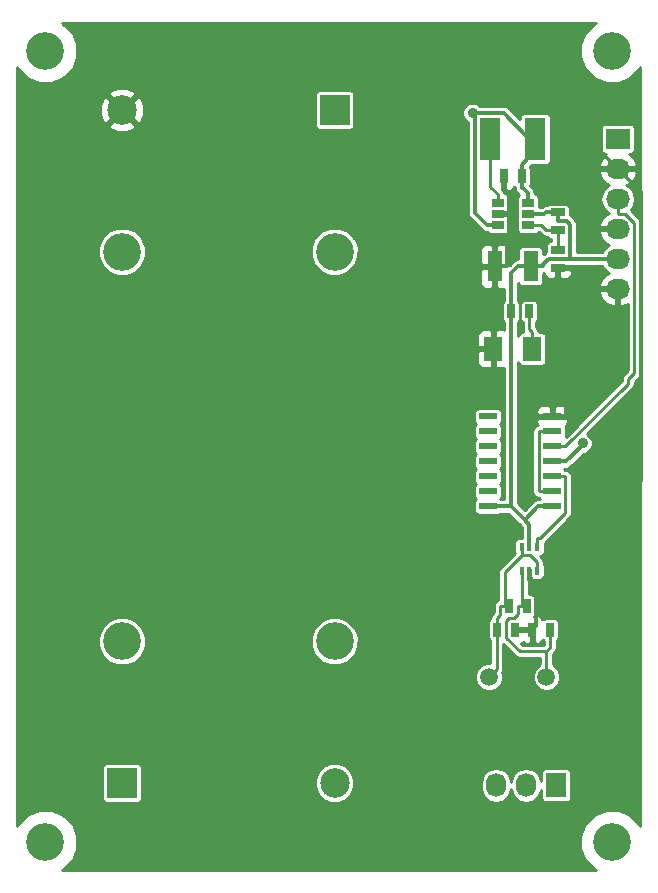
<source format=gtl>
%FSLAX34Y34*%
G04 Gerber Fmt 3.4, Leading zero omitted, Abs format*
G04 (created by PCBNEW (2014-04-07 BZR 4791)-product) date Fri 02 May 2014 10:57:51 AM CEST*
%MOIN*%
G01*
G70*
G90*
G04 APERTURE LIST*
%ADD10C,0.005906*%
%ADD11R,0.098425X0.098425*%
%ADD12C,0.098425*%
%ADD13C,0.125984*%
%ADD14R,0.025000X0.045000*%
%ADD15R,0.050000X0.100000*%
%ADD16R,0.060000X0.080000*%
%ADD17R,0.068000X0.080000*%
%ADD18O,0.068000X0.080000*%
%ADD19R,0.070000X0.140000*%
%ADD20R,0.080000X0.068000*%
%ADD21O,0.080000X0.068000*%
%ADD22C,0.126000*%
%ADD23R,0.045000X0.025000*%
%ADD24R,0.039400X0.027600*%
%ADD25R,0.016000X0.026000*%
%ADD26R,0.059055X0.023622*%
%ADD27C,0.059100*%
%ADD28C,0.035000*%
%ADD29C,0.010000*%
%ADD30C,0.013780*%
G04 APERTURE END LIST*
G54D10*
G54D11*
X36811Y-32283D03*
G54D12*
X36811Y-54724D03*
G54D13*
X36811Y-37007D03*
X36811Y-50000D03*
G54D11*
X29724Y-54724D03*
G54D12*
X29724Y-32283D03*
G54D13*
X29724Y-50000D03*
X29724Y-37007D03*
G54D14*
X43050Y-34500D03*
X42450Y-34500D03*
G54D15*
X43350Y-37500D03*
X42150Y-37500D03*
G54D14*
X43400Y-49606D03*
X44000Y-49606D03*
X42819Y-49606D03*
X42219Y-49606D03*
G54D16*
X43400Y-40250D03*
X42100Y-40250D03*
G54D17*
X44200Y-54800D03*
G54D18*
X43200Y-54800D03*
X42200Y-54800D03*
G54D19*
X42000Y-33250D03*
X43500Y-33250D03*
G54D20*
X46250Y-33250D03*
G54D21*
X46250Y-34250D03*
X46250Y-35250D03*
X46250Y-36250D03*
X46250Y-37250D03*
X46250Y-38250D03*
G54D22*
X27165Y-30314D03*
X46062Y-56692D03*
X46062Y-30314D03*
X27165Y-56692D03*
G54D23*
X44250Y-35700D03*
X44250Y-36300D03*
X44250Y-36950D03*
X44250Y-37550D03*
G54D14*
X42700Y-39000D03*
X43300Y-39000D03*
X42613Y-48818D03*
X43213Y-48818D03*
G54D24*
X43250Y-35375D03*
X43250Y-35750D03*
X43250Y-36125D03*
X42250Y-36125D03*
X42250Y-35750D03*
X42250Y-35375D03*
G54D25*
X43047Y-47644D03*
X43567Y-47644D03*
X43307Y-47644D03*
X43567Y-46844D03*
X43047Y-46844D03*
X43307Y-46844D03*
G54D26*
X44062Y-45500D03*
X44062Y-45000D03*
X44062Y-44500D03*
X44062Y-44000D03*
X44062Y-43500D03*
X44062Y-43000D03*
X44062Y-42500D03*
X41937Y-42500D03*
X41937Y-43000D03*
X41937Y-43500D03*
X41937Y-44000D03*
X41937Y-44500D03*
X41937Y-45000D03*
X41937Y-45500D03*
G54D27*
X43874Y-51181D03*
X41952Y-51181D03*
G54D28*
X45078Y-43399D03*
X41409Y-32393D03*
G54D29*
X46250Y-35740D02*
X46495Y-35740D01*
X46495Y-35740D02*
X46801Y-36046D01*
X46801Y-36046D02*
X46801Y-41048D01*
X46801Y-41048D02*
X46600Y-41249D01*
X46600Y-41249D02*
X46600Y-41407D01*
X46600Y-41407D02*
X44508Y-43500D01*
X44062Y-43500D02*
X44508Y-43500D01*
X46250Y-35250D02*
X46250Y-35740D01*
G54D30*
X43400Y-49606D02*
X43113Y-49606D01*
X43509Y-47991D02*
X43509Y-49497D01*
X43509Y-49497D02*
X43400Y-49606D01*
X42819Y-49606D02*
X43113Y-49606D01*
X43509Y-47991D02*
X43690Y-47991D01*
X43690Y-47991D02*
X47020Y-44662D01*
X47020Y-44662D02*
X47020Y-35020D01*
X47020Y-35020D02*
X46250Y-34250D01*
X43307Y-47943D02*
X43355Y-47991D01*
X43355Y-47991D02*
X43509Y-47991D01*
X44527Y-38250D02*
X44527Y-38121D01*
X44527Y-38121D02*
X44250Y-37844D01*
X44527Y-42500D02*
X44527Y-38250D01*
X46250Y-38250D02*
X44527Y-38250D01*
X44250Y-37550D02*
X44250Y-37844D01*
X44062Y-42500D02*
X44527Y-42500D01*
X42569Y-36439D02*
X41857Y-36439D01*
X41857Y-36439D02*
X41048Y-35631D01*
X41048Y-35631D02*
X41048Y-32264D01*
X41048Y-32264D02*
X41271Y-32042D01*
X41271Y-32042D02*
X44042Y-32042D01*
X44042Y-32042D02*
X46250Y-34250D01*
X42616Y-35750D02*
X42616Y-36392D01*
X42616Y-36392D02*
X42569Y-36439D01*
X42569Y-36439D02*
X42569Y-37500D01*
X42150Y-37500D02*
X42150Y-38169D01*
X42100Y-40250D02*
X42100Y-38219D01*
X42100Y-38219D02*
X42150Y-38169D01*
X42150Y-37500D02*
X42569Y-37500D01*
X42556Y-35750D02*
X42616Y-35750D01*
X42250Y-35750D02*
X42556Y-35750D01*
X43307Y-47644D02*
X43307Y-47943D01*
X42450Y-34500D02*
X42450Y-34894D01*
X42616Y-35750D02*
X42616Y-35060D01*
X42616Y-35060D02*
X42450Y-34894D01*
X44250Y-35700D02*
X44250Y-35994D01*
X46250Y-37250D02*
X45680Y-37250D01*
X44657Y-37244D02*
X43960Y-37244D01*
X43960Y-37244D02*
X43769Y-37435D01*
X43769Y-37435D02*
X43769Y-37500D01*
X45680Y-37250D02*
X45675Y-37244D01*
X45675Y-37244D02*
X44657Y-37244D01*
X44657Y-37244D02*
X44657Y-36107D01*
X44657Y-36107D02*
X44544Y-35994D01*
X44544Y-35994D02*
X44250Y-35994D01*
X43350Y-37500D02*
X43769Y-37500D01*
X43350Y-37500D02*
X42930Y-37500D01*
X42700Y-39000D02*
X42700Y-37730D01*
X42700Y-37730D02*
X42930Y-37500D01*
X42700Y-39197D02*
X42700Y-39000D01*
X42700Y-39197D02*
X42700Y-39394D01*
X43149Y-45949D02*
X43307Y-46107D01*
X43307Y-46107D02*
X43307Y-46844D01*
X42700Y-45500D02*
X43149Y-45949D01*
X43598Y-45500D02*
X43149Y-45949D01*
X44062Y-45500D02*
X43598Y-45500D01*
X42700Y-45500D02*
X42700Y-39394D01*
X42401Y-45500D02*
X42700Y-45500D01*
X44527Y-44000D02*
X45078Y-43448D01*
X45078Y-43448D02*
X45078Y-43399D01*
X44062Y-44000D02*
X44527Y-44000D01*
X44250Y-35700D02*
X43855Y-35700D01*
X43250Y-35750D02*
X43805Y-35750D01*
X43805Y-35750D02*
X43855Y-35700D01*
X41937Y-45500D02*
X42401Y-45500D01*
G54D29*
X43047Y-47644D02*
X43047Y-47924D01*
X43063Y-48818D02*
X43063Y-47940D01*
X43063Y-47940D02*
X43047Y-47924D01*
X43063Y-48818D02*
X42938Y-48818D01*
X43213Y-48818D02*
X43063Y-48818D01*
X43874Y-50330D02*
X42979Y-50330D01*
X42979Y-50330D02*
X42538Y-49888D01*
X42538Y-49888D02*
X42538Y-49324D01*
X42538Y-49324D02*
X42632Y-49231D01*
X42632Y-49231D02*
X42801Y-49231D01*
X42801Y-49231D02*
X42938Y-49094D01*
X42938Y-49094D02*
X42938Y-48818D01*
X44000Y-49606D02*
X44000Y-50204D01*
X44000Y-50204D02*
X43874Y-50330D01*
X43874Y-51181D02*
X43874Y-50330D01*
X43047Y-47124D02*
X43327Y-47124D01*
X43327Y-47124D02*
X43567Y-47363D01*
X43047Y-47074D02*
X43047Y-47124D01*
X42475Y-48818D02*
X42475Y-47695D01*
X42475Y-47695D02*
X43047Y-47124D01*
X43567Y-47644D02*
X43567Y-47363D01*
X43047Y-46844D02*
X43047Y-47074D01*
X42475Y-48818D02*
X42338Y-48818D01*
X42613Y-48818D02*
X42475Y-48818D01*
X42219Y-49606D02*
X42219Y-49231D01*
X42338Y-48818D02*
X42338Y-49112D01*
X42338Y-49112D02*
X42219Y-49231D01*
X41952Y-51181D02*
X42219Y-50913D01*
X42219Y-50913D02*
X42219Y-49606D01*
X43400Y-40250D02*
X43400Y-39699D01*
X43400Y-39699D02*
X43300Y-39599D01*
X43300Y-39599D02*
X43300Y-39000D01*
X42250Y-35375D02*
X42250Y-35086D01*
X42250Y-35086D02*
X42000Y-34836D01*
X42000Y-34836D02*
X42000Y-33250D01*
X44250Y-36950D02*
X44250Y-36300D01*
X44250Y-36300D02*
X43874Y-36300D01*
X43250Y-36125D02*
X43699Y-36125D01*
X43699Y-36125D02*
X43874Y-36300D01*
X43567Y-46844D02*
X43567Y-46563D01*
X44062Y-44500D02*
X44508Y-44500D01*
X44508Y-44500D02*
X44508Y-45708D01*
X44508Y-45708D02*
X43653Y-46563D01*
X43653Y-46563D02*
X43567Y-46563D01*
X44062Y-45000D02*
X43617Y-45000D01*
X44062Y-43000D02*
X43617Y-43000D01*
X43617Y-43000D02*
X43617Y-45000D01*
G54D30*
X41481Y-32466D02*
X41567Y-32380D01*
X41567Y-32380D02*
X42447Y-32380D01*
X42447Y-32380D02*
X43240Y-33173D01*
X43240Y-33173D02*
X43240Y-33250D01*
X41883Y-36125D02*
X41480Y-35721D01*
X41480Y-35721D02*
X41480Y-32467D01*
X41480Y-32467D02*
X41481Y-32466D01*
X41481Y-32466D02*
X41409Y-32393D01*
X42250Y-36125D02*
X41883Y-36125D01*
X43050Y-34500D02*
X43050Y-34105D01*
X43240Y-33250D02*
X43240Y-33915D01*
X43240Y-33915D02*
X43050Y-34105D01*
X43500Y-33250D02*
X43240Y-33250D01*
X43050Y-34500D02*
X43050Y-34894D01*
X43250Y-35375D02*
X43250Y-35067D01*
X43250Y-35067D02*
X43076Y-34894D01*
X43076Y-34894D02*
X43050Y-34894D01*
G54D10*
G36*
X43782Y-50112D02*
X43070Y-50112D01*
X43026Y-50068D01*
X43086Y-50043D01*
X43110Y-50019D01*
X43134Y-50043D01*
X43226Y-50081D01*
X43288Y-50081D01*
X43350Y-50018D01*
X43350Y-49656D01*
X43132Y-49656D01*
X43088Y-49656D01*
X42869Y-49656D01*
X42869Y-49664D01*
X42769Y-49664D01*
X42769Y-49656D01*
X42761Y-49656D01*
X42761Y-49556D01*
X42769Y-49556D01*
X42769Y-49548D01*
X42869Y-49548D01*
X42869Y-49556D01*
X43088Y-49556D01*
X43132Y-49556D01*
X43350Y-49556D01*
X43350Y-49548D01*
X43450Y-49548D01*
X43450Y-49556D01*
X43458Y-49556D01*
X43458Y-49656D01*
X43450Y-49656D01*
X43450Y-50018D01*
X43513Y-50081D01*
X43575Y-50081D01*
X43667Y-50043D01*
X43737Y-49972D01*
X43750Y-49943D01*
X43780Y-49973D01*
X43782Y-49974D01*
X43782Y-50112D01*
X43782Y-50112D01*
G37*
G54D29*
X43782Y-50112D02*
X43070Y-50112D01*
X43026Y-50068D01*
X43086Y-50043D01*
X43110Y-50019D01*
X43134Y-50043D01*
X43226Y-50081D01*
X43288Y-50081D01*
X43350Y-50018D01*
X43350Y-49656D01*
X43132Y-49656D01*
X43088Y-49656D01*
X42869Y-49656D01*
X42869Y-49664D01*
X42769Y-49664D01*
X42769Y-49656D01*
X42761Y-49656D01*
X42761Y-49556D01*
X42769Y-49556D01*
X42769Y-49548D01*
X42869Y-49548D01*
X42869Y-49556D01*
X43088Y-49556D01*
X43132Y-49556D01*
X43350Y-49556D01*
X43350Y-49548D01*
X43450Y-49548D01*
X43450Y-49556D01*
X43458Y-49556D01*
X43458Y-49656D01*
X43450Y-49656D01*
X43450Y-50018D01*
X43513Y-50081D01*
X43575Y-50081D01*
X43667Y-50043D01*
X43737Y-49972D01*
X43750Y-49943D01*
X43780Y-49973D01*
X43782Y-49974D01*
X43782Y-50112D01*
G54D10*
G36*
X46583Y-40958D02*
X46446Y-41095D01*
X46399Y-41166D01*
X46382Y-41249D01*
X46382Y-41317D01*
X46200Y-41499D01*
X46200Y-38777D01*
X46200Y-38300D01*
X45664Y-38300D01*
X45617Y-38391D01*
X45618Y-38397D01*
X45718Y-38605D01*
X45890Y-38758D01*
X46107Y-38834D01*
X46200Y-38777D01*
X46200Y-41499D01*
X44725Y-42974D01*
X44725Y-37724D01*
X44725Y-37662D01*
X44662Y-37600D01*
X44300Y-37600D01*
X44300Y-37862D01*
X44362Y-37925D01*
X44425Y-37925D01*
X44524Y-37925D01*
X44616Y-37886D01*
X44686Y-37816D01*
X44725Y-37724D01*
X44725Y-42974D01*
X44510Y-43189D01*
X44526Y-43151D01*
X44526Y-43084D01*
X44526Y-42848D01*
X44513Y-42816D01*
X44570Y-42759D01*
X44608Y-42667D01*
X44608Y-42612D01*
X44608Y-42387D01*
X44608Y-42332D01*
X44570Y-42240D01*
X44499Y-42169D01*
X44407Y-42131D01*
X44308Y-42131D01*
X44175Y-42131D01*
X44112Y-42194D01*
X44112Y-42450D01*
X44545Y-42450D01*
X44608Y-42387D01*
X44608Y-42612D01*
X44545Y-42550D01*
X44112Y-42550D01*
X44112Y-42557D01*
X44012Y-42557D01*
X44012Y-42550D01*
X44012Y-42450D01*
X44012Y-42194D01*
X43950Y-42131D01*
X43817Y-42131D01*
X43717Y-42131D01*
X43626Y-42169D01*
X43555Y-42240D01*
X43517Y-42332D01*
X43517Y-42387D01*
X43580Y-42450D01*
X44012Y-42450D01*
X44012Y-42550D01*
X43580Y-42550D01*
X43517Y-42612D01*
X43517Y-42667D01*
X43555Y-42759D01*
X43584Y-42788D01*
X43534Y-42798D01*
X43463Y-42845D01*
X43416Y-42916D01*
X43399Y-43000D01*
X43399Y-45000D01*
X43416Y-45083D01*
X43463Y-45154D01*
X43534Y-45201D01*
X43617Y-45218D01*
X43629Y-45218D01*
X43661Y-45250D01*
X43648Y-45262D01*
X43598Y-45262D01*
X43508Y-45281D01*
X43431Y-45332D01*
X43149Y-45614D01*
X42937Y-45401D01*
X42937Y-40695D01*
X42957Y-40745D01*
X43004Y-40792D01*
X43066Y-40818D01*
X43133Y-40818D01*
X43733Y-40818D01*
X43795Y-40792D01*
X43842Y-40745D01*
X43868Y-40683D01*
X43868Y-40616D01*
X43868Y-39816D01*
X43842Y-39754D01*
X43795Y-39707D01*
X43733Y-39681D01*
X43666Y-39681D01*
X43614Y-39681D01*
X43601Y-39616D01*
X43601Y-39616D01*
X43554Y-39545D01*
X43518Y-39509D01*
X43518Y-39368D01*
X43520Y-39367D01*
X43567Y-39320D01*
X43593Y-39258D01*
X43593Y-39191D01*
X43593Y-38741D01*
X43567Y-38679D01*
X43520Y-38632D01*
X43458Y-38606D01*
X43391Y-38606D01*
X43141Y-38606D01*
X43079Y-38632D01*
X43032Y-38679D01*
X43006Y-38741D01*
X43006Y-38808D01*
X43006Y-39258D01*
X43032Y-39320D01*
X43079Y-39367D01*
X43081Y-39368D01*
X43081Y-39599D01*
X43098Y-39681D01*
X43066Y-39681D01*
X43004Y-39707D01*
X42957Y-39754D01*
X42937Y-39804D01*
X42937Y-39394D01*
X42937Y-39350D01*
X42967Y-39320D01*
X42993Y-39258D01*
X42993Y-39191D01*
X42993Y-38741D01*
X42967Y-38679D01*
X42937Y-38649D01*
X42937Y-38045D01*
X42957Y-38095D01*
X43004Y-38142D01*
X43066Y-38168D01*
X43133Y-38168D01*
X43633Y-38168D01*
X43695Y-38142D01*
X43742Y-38095D01*
X43768Y-38033D01*
X43768Y-37966D01*
X43768Y-37737D01*
X43769Y-37737D01*
X43779Y-37734D01*
X43813Y-37816D01*
X43883Y-37886D01*
X43975Y-37925D01*
X44074Y-37925D01*
X44137Y-37925D01*
X44200Y-37862D01*
X44200Y-37600D01*
X44192Y-37600D01*
X44192Y-37500D01*
X44200Y-37500D01*
X44200Y-37492D01*
X44300Y-37492D01*
X44300Y-37500D01*
X44662Y-37500D01*
X44681Y-37481D01*
X45651Y-37481D01*
X45680Y-37487D01*
X45737Y-37487D01*
X45819Y-37609D01*
X45973Y-37712D01*
X45890Y-37741D01*
X45718Y-37894D01*
X45618Y-38102D01*
X45617Y-38108D01*
X45664Y-38200D01*
X46200Y-38200D01*
X46200Y-38192D01*
X46300Y-38192D01*
X46300Y-38200D01*
X46307Y-38200D01*
X46307Y-38300D01*
X46300Y-38300D01*
X46300Y-38777D01*
X46392Y-38834D01*
X46583Y-38768D01*
X46583Y-40958D01*
X46583Y-40958D01*
G37*
G54D29*
X46583Y-40958D02*
X46446Y-41095D01*
X46399Y-41166D01*
X46382Y-41249D01*
X46382Y-41317D01*
X46200Y-41499D01*
X46200Y-38777D01*
X46200Y-38300D01*
X45664Y-38300D01*
X45617Y-38391D01*
X45618Y-38397D01*
X45718Y-38605D01*
X45890Y-38758D01*
X46107Y-38834D01*
X46200Y-38777D01*
X46200Y-41499D01*
X44725Y-42974D01*
X44725Y-37724D01*
X44725Y-37662D01*
X44662Y-37600D01*
X44300Y-37600D01*
X44300Y-37862D01*
X44362Y-37925D01*
X44425Y-37925D01*
X44524Y-37925D01*
X44616Y-37886D01*
X44686Y-37816D01*
X44725Y-37724D01*
X44725Y-42974D01*
X44510Y-43189D01*
X44526Y-43151D01*
X44526Y-43084D01*
X44526Y-42848D01*
X44513Y-42816D01*
X44570Y-42759D01*
X44608Y-42667D01*
X44608Y-42612D01*
X44608Y-42387D01*
X44608Y-42332D01*
X44570Y-42240D01*
X44499Y-42169D01*
X44407Y-42131D01*
X44308Y-42131D01*
X44175Y-42131D01*
X44112Y-42194D01*
X44112Y-42450D01*
X44545Y-42450D01*
X44608Y-42387D01*
X44608Y-42612D01*
X44545Y-42550D01*
X44112Y-42550D01*
X44112Y-42557D01*
X44012Y-42557D01*
X44012Y-42550D01*
X44012Y-42450D01*
X44012Y-42194D01*
X43950Y-42131D01*
X43817Y-42131D01*
X43717Y-42131D01*
X43626Y-42169D01*
X43555Y-42240D01*
X43517Y-42332D01*
X43517Y-42387D01*
X43580Y-42450D01*
X44012Y-42450D01*
X44012Y-42550D01*
X43580Y-42550D01*
X43517Y-42612D01*
X43517Y-42667D01*
X43555Y-42759D01*
X43584Y-42788D01*
X43534Y-42798D01*
X43463Y-42845D01*
X43416Y-42916D01*
X43399Y-43000D01*
X43399Y-45000D01*
X43416Y-45083D01*
X43463Y-45154D01*
X43534Y-45201D01*
X43617Y-45218D01*
X43629Y-45218D01*
X43661Y-45250D01*
X43648Y-45262D01*
X43598Y-45262D01*
X43508Y-45281D01*
X43431Y-45332D01*
X43149Y-45614D01*
X42937Y-45401D01*
X42937Y-40695D01*
X42957Y-40745D01*
X43004Y-40792D01*
X43066Y-40818D01*
X43133Y-40818D01*
X43733Y-40818D01*
X43795Y-40792D01*
X43842Y-40745D01*
X43868Y-40683D01*
X43868Y-40616D01*
X43868Y-39816D01*
X43842Y-39754D01*
X43795Y-39707D01*
X43733Y-39681D01*
X43666Y-39681D01*
X43614Y-39681D01*
X43601Y-39616D01*
X43601Y-39616D01*
X43554Y-39545D01*
X43518Y-39509D01*
X43518Y-39368D01*
X43520Y-39367D01*
X43567Y-39320D01*
X43593Y-39258D01*
X43593Y-39191D01*
X43593Y-38741D01*
X43567Y-38679D01*
X43520Y-38632D01*
X43458Y-38606D01*
X43391Y-38606D01*
X43141Y-38606D01*
X43079Y-38632D01*
X43032Y-38679D01*
X43006Y-38741D01*
X43006Y-38808D01*
X43006Y-39258D01*
X43032Y-39320D01*
X43079Y-39367D01*
X43081Y-39368D01*
X43081Y-39599D01*
X43098Y-39681D01*
X43066Y-39681D01*
X43004Y-39707D01*
X42957Y-39754D01*
X42937Y-39804D01*
X42937Y-39394D01*
X42937Y-39350D01*
X42967Y-39320D01*
X42993Y-39258D01*
X42993Y-39191D01*
X42993Y-38741D01*
X42967Y-38679D01*
X42937Y-38649D01*
X42937Y-38045D01*
X42957Y-38095D01*
X43004Y-38142D01*
X43066Y-38168D01*
X43133Y-38168D01*
X43633Y-38168D01*
X43695Y-38142D01*
X43742Y-38095D01*
X43768Y-38033D01*
X43768Y-37966D01*
X43768Y-37737D01*
X43769Y-37737D01*
X43779Y-37734D01*
X43813Y-37816D01*
X43883Y-37886D01*
X43975Y-37925D01*
X44074Y-37925D01*
X44137Y-37925D01*
X44200Y-37862D01*
X44200Y-37600D01*
X44192Y-37600D01*
X44192Y-37500D01*
X44200Y-37500D01*
X44200Y-37492D01*
X44300Y-37492D01*
X44300Y-37500D01*
X44662Y-37500D01*
X44681Y-37481D01*
X45651Y-37481D01*
X45680Y-37487D01*
X45737Y-37487D01*
X45819Y-37609D01*
X45973Y-37712D01*
X45890Y-37741D01*
X45718Y-37894D01*
X45618Y-38102D01*
X45617Y-38108D01*
X45664Y-38200D01*
X46200Y-38200D01*
X46200Y-38192D01*
X46300Y-38192D01*
X46300Y-38200D01*
X46307Y-38200D01*
X46307Y-38300D01*
X46300Y-38300D01*
X46300Y-38777D01*
X46392Y-38834D01*
X46583Y-38768D01*
X46583Y-40958D01*
G54D10*
G36*
X46997Y-56141D02*
X46974Y-56085D01*
X46672Y-55782D01*
X46277Y-55619D01*
X45850Y-55618D01*
X45455Y-55781D01*
X45153Y-56083D01*
X44989Y-56478D01*
X44988Y-56905D01*
X45151Y-57300D01*
X45453Y-57602D01*
X45512Y-57627D01*
X44708Y-57627D01*
X44708Y-55233D01*
X44708Y-55166D01*
X44708Y-54366D01*
X44682Y-54304D01*
X44635Y-54257D01*
X44573Y-54231D01*
X44506Y-54231D01*
X43826Y-54231D01*
X43764Y-54257D01*
X43717Y-54304D01*
X43691Y-54366D01*
X43691Y-54433D01*
X43691Y-54647D01*
X43669Y-54534D01*
X43559Y-54369D01*
X43394Y-54259D01*
X43200Y-54220D01*
X43005Y-54259D01*
X42840Y-54369D01*
X42730Y-54534D01*
X42700Y-54688D01*
X42669Y-54534D01*
X42559Y-54369D01*
X42394Y-54259D01*
X42200Y-54220D01*
X42005Y-54259D01*
X41840Y-54369D01*
X41730Y-54534D01*
X41691Y-54728D01*
X41691Y-54871D01*
X41730Y-55065D01*
X41840Y-55230D01*
X42005Y-55340D01*
X42200Y-55379D01*
X42394Y-55340D01*
X42559Y-55230D01*
X42669Y-55065D01*
X42700Y-54911D01*
X42730Y-55065D01*
X42840Y-55230D01*
X43005Y-55340D01*
X43200Y-55379D01*
X43394Y-55340D01*
X43559Y-55230D01*
X43669Y-55065D01*
X43691Y-54952D01*
X43691Y-55233D01*
X43717Y-55295D01*
X43764Y-55342D01*
X43826Y-55368D01*
X43893Y-55368D01*
X44573Y-55368D01*
X44635Y-55342D01*
X44682Y-55295D01*
X44708Y-55233D01*
X44708Y-57627D01*
X37609Y-57627D01*
X37609Y-49841D01*
X37609Y-36849D01*
X37487Y-36556D01*
X37471Y-36539D01*
X37471Y-32809D01*
X37471Y-32742D01*
X37471Y-31757D01*
X37445Y-31696D01*
X37398Y-31648D01*
X37336Y-31623D01*
X37269Y-31623D01*
X36285Y-31623D01*
X36223Y-31648D01*
X36176Y-31696D01*
X36150Y-31757D01*
X36150Y-31824D01*
X36150Y-32809D01*
X36176Y-32870D01*
X36223Y-32918D01*
X36285Y-32943D01*
X36352Y-32943D01*
X37336Y-32943D01*
X37398Y-32918D01*
X37445Y-32870D01*
X37471Y-32809D01*
X37471Y-36539D01*
X37263Y-36331D01*
X36970Y-36209D01*
X36652Y-36209D01*
X36359Y-36330D01*
X36134Y-36555D01*
X36013Y-36848D01*
X36012Y-37165D01*
X36134Y-37459D01*
X36358Y-37684D01*
X36651Y-37805D01*
X36969Y-37806D01*
X37262Y-37684D01*
X37487Y-37460D01*
X37608Y-37167D01*
X37609Y-36849D01*
X37609Y-49841D01*
X37487Y-49548D01*
X37263Y-49323D01*
X36970Y-49202D01*
X36652Y-49201D01*
X36359Y-49323D01*
X36134Y-49547D01*
X36013Y-49840D01*
X36012Y-50158D01*
X36134Y-50451D01*
X36358Y-50676D01*
X36651Y-50797D01*
X36969Y-50798D01*
X37262Y-50676D01*
X37487Y-50452D01*
X37608Y-50159D01*
X37609Y-49841D01*
X37609Y-57627D01*
X37471Y-57627D01*
X37471Y-54593D01*
X37371Y-54350D01*
X37185Y-54165D01*
X36942Y-54064D01*
X36680Y-54064D01*
X36437Y-54164D01*
X36251Y-54349D01*
X36150Y-54592D01*
X36150Y-54855D01*
X36250Y-55097D01*
X36436Y-55283D01*
X36679Y-55384D01*
X36941Y-55384D01*
X37184Y-55284D01*
X37370Y-55098D01*
X37471Y-54856D01*
X37471Y-54593D01*
X37471Y-57627D01*
X30522Y-57627D01*
X30522Y-49841D01*
X30522Y-36849D01*
X30470Y-36723D01*
X30470Y-32411D01*
X30462Y-32115D01*
X30364Y-31880D01*
X30249Y-31829D01*
X30178Y-31899D01*
X30178Y-31758D01*
X30127Y-31643D01*
X29852Y-31537D01*
X29556Y-31545D01*
X29321Y-31643D01*
X29270Y-31758D01*
X29724Y-32212D01*
X30178Y-31758D01*
X30178Y-31899D01*
X29795Y-32283D01*
X30249Y-32737D01*
X30364Y-32686D01*
X30470Y-32411D01*
X30470Y-36723D01*
X30401Y-36556D01*
X30178Y-36333D01*
X30178Y-32808D01*
X29724Y-32354D01*
X29653Y-32424D01*
X29653Y-32283D01*
X29199Y-31829D01*
X29084Y-31880D01*
X28978Y-32155D01*
X28986Y-32450D01*
X29084Y-32686D01*
X29199Y-32737D01*
X29653Y-32283D01*
X29653Y-32424D01*
X29270Y-32808D01*
X29321Y-32923D01*
X29596Y-33029D01*
X29891Y-33021D01*
X30127Y-32923D01*
X30178Y-32808D01*
X30178Y-36333D01*
X30177Y-36331D01*
X29883Y-36209D01*
X29566Y-36209D01*
X29272Y-36330D01*
X29048Y-36555D01*
X28926Y-36848D01*
X28926Y-37165D01*
X29047Y-37459D01*
X29271Y-37684D01*
X29564Y-37805D01*
X29882Y-37806D01*
X30175Y-37684D01*
X30400Y-37460D01*
X30522Y-37167D01*
X30522Y-36849D01*
X30522Y-49841D01*
X30401Y-49548D01*
X30177Y-49323D01*
X29883Y-49202D01*
X29566Y-49201D01*
X29272Y-49323D01*
X29048Y-49547D01*
X28926Y-49840D01*
X28926Y-50158D01*
X29047Y-50451D01*
X29271Y-50676D01*
X29564Y-50797D01*
X29882Y-50798D01*
X30175Y-50676D01*
X30400Y-50452D01*
X30522Y-50159D01*
X30522Y-49841D01*
X30522Y-57627D01*
X30384Y-57627D01*
X30384Y-55249D01*
X30384Y-55183D01*
X30384Y-54198D01*
X30359Y-54137D01*
X30311Y-54089D01*
X30249Y-54064D01*
X30183Y-54064D01*
X29198Y-54064D01*
X29137Y-54089D01*
X29089Y-54137D01*
X29064Y-54198D01*
X29064Y-54265D01*
X29064Y-55249D01*
X29089Y-55311D01*
X29137Y-55359D01*
X29198Y-55384D01*
X29265Y-55384D01*
X30249Y-55384D01*
X30311Y-55359D01*
X30359Y-55311D01*
X30384Y-55249D01*
X30384Y-57627D01*
X27716Y-57627D01*
X27772Y-57603D01*
X28075Y-57302D01*
X28239Y-56907D01*
X28239Y-56480D01*
X28076Y-56085D01*
X27774Y-55782D01*
X27379Y-55619D01*
X26952Y-55618D01*
X26557Y-55781D01*
X26255Y-56083D01*
X26231Y-56142D01*
X26231Y-30866D01*
X26254Y-30922D01*
X26556Y-31224D01*
X26950Y-31388D01*
X27378Y-31389D01*
X27772Y-31225D01*
X28075Y-30924D01*
X28239Y-30529D01*
X28239Y-30102D01*
X28076Y-29707D01*
X27774Y-29404D01*
X27716Y-29380D01*
X45511Y-29380D01*
X45455Y-29403D01*
X45153Y-29705D01*
X44989Y-30100D01*
X44988Y-30527D01*
X45151Y-30922D01*
X45453Y-31224D01*
X45848Y-31388D01*
X46275Y-31389D01*
X46670Y-31225D01*
X46972Y-30924D01*
X46997Y-30865D01*
X46997Y-35954D01*
X46955Y-35892D01*
X46675Y-35612D01*
X46680Y-35609D01*
X46790Y-35444D01*
X46829Y-35250D01*
X46790Y-35055D01*
X46680Y-34890D01*
X46526Y-34787D01*
X46609Y-34758D01*
X46781Y-34605D01*
X46881Y-34397D01*
X46882Y-34391D01*
X46882Y-34108D01*
X46881Y-34102D01*
X46781Y-33894D01*
X46628Y-33758D01*
X46683Y-33758D01*
X46745Y-33732D01*
X46792Y-33685D01*
X46818Y-33623D01*
X46818Y-33556D01*
X46818Y-32876D01*
X46792Y-32814D01*
X46745Y-32767D01*
X46683Y-32741D01*
X46616Y-32741D01*
X45816Y-32741D01*
X45754Y-32767D01*
X45707Y-32814D01*
X45681Y-32876D01*
X45681Y-32943D01*
X45681Y-33623D01*
X45707Y-33685D01*
X45754Y-33732D01*
X45816Y-33758D01*
X45871Y-33758D01*
X45718Y-33894D01*
X45618Y-34102D01*
X45617Y-34108D01*
X45664Y-34200D01*
X46200Y-34200D01*
X46200Y-34192D01*
X46300Y-34192D01*
X46300Y-34200D01*
X46835Y-34200D01*
X46882Y-34108D01*
X46882Y-34391D01*
X46835Y-34300D01*
X46300Y-34300D01*
X46300Y-34307D01*
X46200Y-34307D01*
X46200Y-34300D01*
X45664Y-34300D01*
X45617Y-34391D01*
X45618Y-34397D01*
X45718Y-34605D01*
X45890Y-34758D01*
X45973Y-34787D01*
X45819Y-34890D01*
X45709Y-35055D01*
X45670Y-35250D01*
X45709Y-35444D01*
X45819Y-35609D01*
X45973Y-35712D01*
X45890Y-35741D01*
X45718Y-35894D01*
X45618Y-36102D01*
X45617Y-36108D01*
X45664Y-36200D01*
X46200Y-36200D01*
X46200Y-36192D01*
X46300Y-36192D01*
X46300Y-36200D01*
X46307Y-36200D01*
X46307Y-36300D01*
X46300Y-36300D01*
X46300Y-36307D01*
X46200Y-36307D01*
X46200Y-36300D01*
X45664Y-36300D01*
X45617Y-36391D01*
X45618Y-36397D01*
X45718Y-36605D01*
X45890Y-36758D01*
X45973Y-36787D01*
X45819Y-36890D01*
X45737Y-37012D01*
X45704Y-37012D01*
X45675Y-37007D01*
X44894Y-37007D01*
X44894Y-36107D01*
X44879Y-36032D01*
X44876Y-36017D01*
X44876Y-36017D01*
X44825Y-35940D01*
X44825Y-35940D01*
X44711Y-35826D01*
X44643Y-35780D01*
X44643Y-35541D01*
X44617Y-35479D01*
X44570Y-35432D01*
X44508Y-35406D01*
X44441Y-35406D01*
X43991Y-35406D01*
X43929Y-35432D01*
X43899Y-35462D01*
X43855Y-35462D01*
X43765Y-35481D01*
X43717Y-35512D01*
X43615Y-35512D01*
X43615Y-35479D01*
X43615Y-35203D01*
X43589Y-35141D01*
X43542Y-35094D01*
X43487Y-35071D01*
X43487Y-35067D01*
X43468Y-34977D01*
X43417Y-34900D01*
X43323Y-34806D01*
X43343Y-34758D01*
X43343Y-34691D01*
X43343Y-34241D01*
X43317Y-34179D01*
X43314Y-34176D01*
X43373Y-34118D01*
X43883Y-34118D01*
X43945Y-34092D01*
X43992Y-34045D01*
X44018Y-33983D01*
X44018Y-33916D01*
X44018Y-32516D01*
X43992Y-32454D01*
X43945Y-32407D01*
X43883Y-32381D01*
X43816Y-32381D01*
X43116Y-32381D01*
X43054Y-32407D01*
X43007Y-32454D01*
X42981Y-32516D01*
X42981Y-32579D01*
X42615Y-32213D01*
X42538Y-32161D01*
X42447Y-32143D01*
X41644Y-32143D01*
X41603Y-32102D01*
X41477Y-32050D01*
X41341Y-32050D01*
X41215Y-32102D01*
X41118Y-32199D01*
X41066Y-32325D01*
X41066Y-32461D01*
X41118Y-32587D01*
X41214Y-32684D01*
X41243Y-32696D01*
X41243Y-35721D01*
X41261Y-35812D01*
X41313Y-35889D01*
X41716Y-36292D01*
X41716Y-36292D01*
X41793Y-36343D01*
X41793Y-36343D01*
X41808Y-36346D01*
X41883Y-36362D01*
X41914Y-36362D01*
X41957Y-36405D01*
X42019Y-36431D01*
X42086Y-36431D01*
X42480Y-36431D01*
X42542Y-36405D01*
X42589Y-36358D01*
X42615Y-36296D01*
X42615Y-36229D01*
X42615Y-36073D01*
X42658Y-36029D01*
X42697Y-35937D01*
X42697Y-35862D01*
X42634Y-35800D01*
X42300Y-35800D01*
X42300Y-35807D01*
X42200Y-35807D01*
X42200Y-35800D01*
X42192Y-35800D01*
X42192Y-35700D01*
X42200Y-35700D01*
X42200Y-35692D01*
X42300Y-35692D01*
X42300Y-35700D01*
X42634Y-35700D01*
X42697Y-35637D01*
X42697Y-35562D01*
X42658Y-35470D01*
X42615Y-35426D01*
X42615Y-35203D01*
X42589Y-35141D01*
X42542Y-35094D01*
X42480Y-35068D01*
X42464Y-35068D01*
X42451Y-35003D01*
X42451Y-35003D01*
X42404Y-34932D01*
X42392Y-34920D01*
X42400Y-34912D01*
X42400Y-34550D01*
X42392Y-34550D01*
X42392Y-34450D01*
X42400Y-34450D01*
X42400Y-34442D01*
X42500Y-34442D01*
X42500Y-34450D01*
X42507Y-34450D01*
X42507Y-34550D01*
X42500Y-34550D01*
X42500Y-34912D01*
X42562Y-34975D01*
X42624Y-34975D01*
X42716Y-34936D01*
X42786Y-34866D01*
X42799Y-34836D01*
X42812Y-34850D01*
X42812Y-34894D01*
X42831Y-34984D01*
X42882Y-35061D01*
X42947Y-35104D01*
X42910Y-35141D01*
X42884Y-35203D01*
X42884Y-35270D01*
X42884Y-35546D01*
X42891Y-35562D01*
X42884Y-35578D01*
X42884Y-35645D01*
X42884Y-35921D01*
X42891Y-35937D01*
X42884Y-35953D01*
X42884Y-36020D01*
X42884Y-36296D01*
X42910Y-36358D01*
X42957Y-36405D01*
X43019Y-36431D01*
X43086Y-36431D01*
X43480Y-36431D01*
X43542Y-36405D01*
X43589Y-36358D01*
X43595Y-36343D01*
X43609Y-36343D01*
X43720Y-36454D01*
X43791Y-36501D01*
X43791Y-36501D01*
X43874Y-36518D01*
X43881Y-36518D01*
X43882Y-36520D01*
X43929Y-36567D01*
X43991Y-36593D01*
X44031Y-36593D01*
X44031Y-36656D01*
X43991Y-36656D01*
X43929Y-36682D01*
X43882Y-36729D01*
X43856Y-36791D01*
X43856Y-36858D01*
X43856Y-37034D01*
X43793Y-37076D01*
X43768Y-37101D01*
X43768Y-36966D01*
X43742Y-36904D01*
X43695Y-36857D01*
X43633Y-36831D01*
X43566Y-36831D01*
X43066Y-36831D01*
X43004Y-36857D01*
X42957Y-36904D01*
X42931Y-36966D01*
X42931Y-37033D01*
X42931Y-37262D01*
X42930Y-37262D01*
X42840Y-37281D01*
X42763Y-37332D01*
X42650Y-37445D01*
X42645Y-37449D01*
X42587Y-37449D01*
X42650Y-37387D01*
X42650Y-37049D01*
X42650Y-36950D01*
X42611Y-36858D01*
X42541Y-36788D01*
X42449Y-36750D01*
X42262Y-36750D01*
X42200Y-36812D01*
X42200Y-37450D01*
X42207Y-37450D01*
X42207Y-37550D01*
X42200Y-37550D01*
X42200Y-38187D01*
X42262Y-38250D01*
X42449Y-38250D01*
X42462Y-38244D01*
X42462Y-38649D01*
X42432Y-38679D01*
X42406Y-38741D01*
X42406Y-38808D01*
X42406Y-39258D01*
X42432Y-39320D01*
X42462Y-39350D01*
X42462Y-39394D01*
X42462Y-39605D01*
X42449Y-39600D01*
X42212Y-39600D01*
X42150Y-39662D01*
X42150Y-40200D01*
X42157Y-40200D01*
X42157Y-40300D01*
X42150Y-40300D01*
X42150Y-40837D01*
X42212Y-40900D01*
X42449Y-40900D01*
X42462Y-40894D01*
X42462Y-45262D01*
X42401Y-45262D01*
X42351Y-45262D01*
X42338Y-45250D01*
X42374Y-45213D01*
X42400Y-45151D01*
X42400Y-45084D01*
X42400Y-44848D01*
X42374Y-44786D01*
X42338Y-44750D01*
X42374Y-44713D01*
X42400Y-44651D01*
X42400Y-44584D01*
X42400Y-44348D01*
X42374Y-44286D01*
X42338Y-44250D01*
X42374Y-44213D01*
X42400Y-44151D01*
X42400Y-44084D01*
X42400Y-43848D01*
X42374Y-43786D01*
X42338Y-43750D01*
X42374Y-43713D01*
X42400Y-43651D01*
X42400Y-43584D01*
X42400Y-43348D01*
X42374Y-43286D01*
X42338Y-43250D01*
X42374Y-43213D01*
X42400Y-43151D01*
X42400Y-43084D01*
X42400Y-42848D01*
X42374Y-42786D01*
X42338Y-42750D01*
X42374Y-42713D01*
X42400Y-42651D01*
X42400Y-42584D01*
X42400Y-42348D01*
X42374Y-42286D01*
X42327Y-42239D01*
X42265Y-42213D01*
X42198Y-42213D01*
X42100Y-42213D01*
X42100Y-38187D01*
X42100Y-37550D01*
X42100Y-37450D01*
X42100Y-36812D01*
X42037Y-36750D01*
X41850Y-36750D01*
X41758Y-36788D01*
X41688Y-36858D01*
X41650Y-36950D01*
X41650Y-37049D01*
X41650Y-37387D01*
X41712Y-37450D01*
X42100Y-37450D01*
X42100Y-37550D01*
X41712Y-37550D01*
X41650Y-37612D01*
X41650Y-37950D01*
X41650Y-38049D01*
X41688Y-38141D01*
X41758Y-38211D01*
X41850Y-38250D01*
X42037Y-38250D01*
X42100Y-38187D01*
X42100Y-42213D01*
X42050Y-42213D01*
X42050Y-40837D01*
X42050Y-40300D01*
X42050Y-40200D01*
X42050Y-39662D01*
X41987Y-39600D01*
X41750Y-39600D01*
X41658Y-39638D01*
X41588Y-39708D01*
X41550Y-39800D01*
X41550Y-39899D01*
X41550Y-40137D01*
X41612Y-40200D01*
X42050Y-40200D01*
X42050Y-40300D01*
X41612Y-40300D01*
X41550Y-40362D01*
X41550Y-40600D01*
X41550Y-40699D01*
X41588Y-40791D01*
X41658Y-40861D01*
X41750Y-40900D01*
X41987Y-40900D01*
X42050Y-40837D01*
X42050Y-42213D01*
X41608Y-42213D01*
X41546Y-42239D01*
X41499Y-42286D01*
X41473Y-42348D01*
X41473Y-42415D01*
X41473Y-42651D01*
X41499Y-42713D01*
X41535Y-42750D01*
X41499Y-42786D01*
X41473Y-42848D01*
X41473Y-42915D01*
X41473Y-43151D01*
X41499Y-43213D01*
X41535Y-43250D01*
X41499Y-43286D01*
X41473Y-43348D01*
X41473Y-43415D01*
X41473Y-43651D01*
X41499Y-43713D01*
X41535Y-43750D01*
X41499Y-43786D01*
X41473Y-43848D01*
X41473Y-43915D01*
X41473Y-44151D01*
X41499Y-44213D01*
X41535Y-44250D01*
X41499Y-44286D01*
X41473Y-44348D01*
X41473Y-44415D01*
X41473Y-44651D01*
X41499Y-44713D01*
X41535Y-44750D01*
X41499Y-44786D01*
X41473Y-44848D01*
X41473Y-44915D01*
X41473Y-45151D01*
X41499Y-45213D01*
X41535Y-45250D01*
X41499Y-45286D01*
X41473Y-45348D01*
X41473Y-45415D01*
X41473Y-45651D01*
X41499Y-45713D01*
X41546Y-45760D01*
X41608Y-45786D01*
X41675Y-45786D01*
X42265Y-45786D01*
X42327Y-45760D01*
X42351Y-45737D01*
X42401Y-45737D01*
X42601Y-45737D01*
X42981Y-46116D01*
X42981Y-46116D01*
X42981Y-46116D01*
X42981Y-46116D01*
X43070Y-46205D01*
X43070Y-46545D01*
X42933Y-46545D01*
X42871Y-46571D01*
X42824Y-46618D01*
X42798Y-46680D01*
X42798Y-46747D01*
X42798Y-47007D01*
X42815Y-47047D01*
X42321Y-47541D01*
X42274Y-47612D01*
X42257Y-47695D01*
X42257Y-48616D01*
X42254Y-48617D01*
X42184Y-48664D01*
X42136Y-48735D01*
X42120Y-48818D01*
X42120Y-49022D01*
X42065Y-49076D01*
X42018Y-49147D01*
X42001Y-49231D01*
X42001Y-49237D01*
X41999Y-49238D01*
X41952Y-49286D01*
X41926Y-49347D01*
X41926Y-49414D01*
X41926Y-49864D01*
X41952Y-49926D01*
X41999Y-49973D01*
X42001Y-49974D01*
X42001Y-50717D01*
X41860Y-50717D01*
X41690Y-50787D01*
X41559Y-50918D01*
X41488Y-51088D01*
X41488Y-51272D01*
X41559Y-51443D01*
X41689Y-51573D01*
X41859Y-51644D01*
X42044Y-51644D01*
X42214Y-51574D01*
X42345Y-51444D01*
X42415Y-51273D01*
X42416Y-51089D01*
X42394Y-51037D01*
X42421Y-50997D01*
X42421Y-50997D01*
X42437Y-50913D01*
X42437Y-50096D01*
X42825Y-50484D01*
X42896Y-50531D01*
X42896Y-50531D01*
X42979Y-50548D01*
X43656Y-50548D01*
X43656Y-50769D01*
X43612Y-50787D01*
X43481Y-50918D01*
X43410Y-51088D01*
X43410Y-51272D01*
X43481Y-51443D01*
X43611Y-51573D01*
X43781Y-51644D01*
X43966Y-51644D01*
X44136Y-51574D01*
X44267Y-51444D01*
X44337Y-51273D01*
X44338Y-51089D01*
X44267Y-50918D01*
X44137Y-50788D01*
X44092Y-50769D01*
X44092Y-50420D01*
X44155Y-50358D01*
X44202Y-50287D01*
X44202Y-50287D01*
X44218Y-50204D01*
X44218Y-49974D01*
X44221Y-49973D01*
X44268Y-49926D01*
X44293Y-49864D01*
X44293Y-49797D01*
X44293Y-49347D01*
X44268Y-49286D01*
X44221Y-49238D01*
X44159Y-49213D01*
X44092Y-49213D01*
X43842Y-49213D01*
X43780Y-49238D01*
X43750Y-49269D01*
X43737Y-49239D01*
X43667Y-49169D01*
X43575Y-49131D01*
X43513Y-49131D01*
X43450Y-49193D01*
X43450Y-49169D01*
X43480Y-49139D01*
X43506Y-49077D01*
X43506Y-49010D01*
X43506Y-48560D01*
X43480Y-48498D01*
X43433Y-48451D01*
X43371Y-48425D01*
X43304Y-48425D01*
X43281Y-48425D01*
X43281Y-47940D01*
X43267Y-47871D01*
X43269Y-47869D01*
X43295Y-47807D01*
X43295Y-47740D01*
X43295Y-47586D01*
X43318Y-47586D01*
X43318Y-47807D01*
X43344Y-47869D01*
X43347Y-47871D01*
X43347Y-47961D01*
X43409Y-48024D01*
X43436Y-48024D01*
X43528Y-47986D01*
X43572Y-47942D01*
X43680Y-47942D01*
X43742Y-47916D01*
X43789Y-47869D01*
X43815Y-47807D01*
X43815Y-47740D01*
X43815Y-47480D01*
X43789Y-47418D01*
X43785Y-47414D01*
X43785Y-47363D01*
X43768Y-47280D01*
X43768Y-47280D01*
X43721Y-47209D01*
X43653Y-47142D01*
X43680Y-47142D01*
X43742Y-47116D01*
X43789Y-47069D01*
X43815Y-47007D01*
X43815Y-46940D01*
X43815Y-46710D01*
X44662Y-45863D01*
X44709Y-45792D01*
X44709Y-45792D01*
X44726Y-45708D01*
X44726Y-44500D01*
X44709Y-44416D01*
X44662Y-44345D01*
X44591Y-44298D01*
X44508Y-44281D01*
X44496Y-44281D01*
X44464Y-44250D01*
X44477Y-44237D01*
X44527Y-44237D01*
X44617Y-44218D01*
X44694Y-44167D01*
X45119Y-43742D01*
X45146Y-43742D01*
X45272Y-43690D01*
X45369Y-43594D01*
X45421Y-43468D01*
X45421Y-43331D01*
X45369Y-43205D01*
X45273Y-43108D01*
X45227Y-43089D01*
X46754Y-41562D01*
X46802Y-41491D01*
X46802Y-41491D01*
X46818Y-41407D01*
X46818Y-41339D01*
X46955Y-41203D01*
X46997Y-41140D01*
X46997Y-56141D01*
X46997Y-56141D01*
G37*
G54D29*
X46997Y-56141D02*
X46974Y-56085D01*
X46672Y-55782D01*
X46277Y-55619D01*
X45850Y-55618D01*
X45455Y-55781D01*
X45153Y-56083D01*
X44989Y-56478D01*
X44988Y-56905D01*
X45151Y-57300D01*
X45453Y-57602D01*
X45512Y-57627D01*
X44708Y-57627D01*
X44708Y-55233D01*
X44708Y-55166D01*
X44708Y-54366D01*
X44682Y-54304D01*
X44635Y-54257D01*
X44573Y-54231D01*
X44506Y-54231D01*
X43826Y-54231D01*
X43764Y-54257D01*
X43717Y-54304D01*
X43691Y-54366D01*
X43691Y-54433D01*
X43691Y-54647D01*
X43669Y-54534D01*
X43559Y-54369D01*
X43394Y-54259D01*
X43200Y-54220D01*
X43005Y-54259D01*
X42840Y-54369D01*
X42730Y-54534D01*
X42700Y-54688D01*
X42669Y-54534D01*
X42559Y-54369D01*
X42394Y-54259D01*
X42200Y-54220D01*
X42005Y-54259D01*
X41840Y-54369D01*
X41730Y-54534D01*
X41691Y-54728D01*
X41691Y-54871D01*
X41730Y-55065D01*
X41840Y-55230D01*
X42005Y-55340D01*
X42200Y-55379D01*
X42394Y-55340D01*
X42559Y-55230D01*
X42669Y-55065D01*
X42700Y-54911D01*
X42730Y-55065D01*
X42840Y-55230D01*
X43005Y-55340D01*
X43200Y-55379D01*
X43394Y-55340D01*
X43559Y-55230D01*
X43669Y-55065D01*
X43691Y-54952D01*
X43691Y-55233D01*
X43717Y-55295D01*
X43764Y-55342D01*
X43826Y-55368D01*
X43893Y-55368D01*
X44573Y-55368D01*
X44635Y-55342D01*
X44682Y-55295D01*
X44708Y-55233D01*
X44708Y-57627D01*
X37609Y-57627D01*
X37609Y-49841D01*
X37609Y-36849D01*
X37487Y-36556D01*
X37471Y-36539D01*
X37471Y-32809D01*
X37471Y-32742D01*
X37471Y-31757D01*
X37445Y-31696D01*
X37398Y-31648D01*
X37336Y-31623D01*
X37269Y-31623D01*
X36285Y-31623D01*
X36223Y-31648D01*
X36176Y-31696D01*
X36150Y-31757D01*
X36150Y-31824D01*
X36150Y-32809D01*
X36176Y-32870D01*
X36223Y-32918D01*
X36285Y-32943D01*
X36352Y-32943D01*
X37336Y-32943D01*
X37398Y-32918D01*
X37445Y-32870D01*
X37471Y-32809D01*
X37471Y-36539D01*
X37263Y-36331D01*
X36970Y-36209D01*
X36652Y-36209D01*
X36359Y-36330D01*
X36134Y-36555D01*
X36013Y-36848D01*
X36012Y-37165D01*
X36134Y-37459D01*
X36358Y-37684D01*
X36651Y-37805D01*
X36969Y-37806D01*
X37262Y-37684D01*
X37487Y-37460D01*
X37608Y-37167D01*
X37609Y-36849D01*
X37609Y-49841D01*
X37487Y-49548D01*
X37263Y-49323D01*
X36970Y-49202D01*
X36652Y-49201D01*
X36359Y-49323D01*
X36134Y-49547D01*
X36013Y-49840D01*
X36012Y-50158D01*
X36134Y-50451D01*
X36358Y-50676D01*
X36651Y-50797D01*
X36969Y-50798D01*
X37262Y-50676D01*
X37487Y-50452D01*
X37608Y-50159D01*
X37609Y-49841D01*
X37609Y-57627D01*
X37471Y-57627D01*
X37471Y-54593D01*
X37371Y-54350D01*
X37185Y-54165D01*
X36942Y-54064D01*
X36680Y-54064D01*
X36437Y-54164D01*
X36251Y-54349D01*
X36150Y-54592D01*
X36150Y-54855D01*
X36250Y-55097D01*
X36436Y-55283D01*
X36679Y-55384D01*
X36941Y-55384D01*
X37184Y-55284D01*
X37370Y-55098D01*
X37471Y-54856D01*
X37471Y-54593D01*
X37471Y-57627D01*
X30522Y-57627D01*
X30522Y-49841D01*
X30522Y-36849D01*
X30470Y-36723D01*
X30470Y-32411D01*
X30462Y-32115D01*
X30364Y-31880D01*
X30249Y-31829D01*
X30178Y-31899D01*
X30178Y-31758D01*
X30127Y-31643D01*
X29852Y-31537D01*
X29556Y-31545D01*
X29321Y-31643D01*
X29270Y-31758D01*
X29724Y-32212D01*
X30178Y-31758D01*
X30178Y-31899D01*
X29795Y-32283D01*
X30249Y-32737D01*
X30364Y-32686D01*
X30470Y-32411D01*
X30470Y-36723D01*
X30401Y-36556D01*
X30178Y-36333D01*
X30178Y-32808D01*
X29724Y-32354D01*
X29653Y-32424D01*
X29653Y-32283D01*
X29199Y-31829D01*
X29084Y-31880D01*
X28978Y-32155D01*
X28986Y-32450D01*
X29084Y-32686D01*
X29199Y-32737D01*
X29653Y-32283D01*
X29653Y-32424D01*
X29270Y-32808D01*
X29321Y-32923D01*
X29596Y-33029D01*
X29891Y-33021D01*
X30127Y-32923D01*
X30178Y-32808D01*
X30178Y-36333D01*
X30177Y-36331D01*
X29883Y-36209D01*
X29566Y-36209D01*
X29272Y-36330D01*
X29048Y-36555D01*
X28926Y-36848D01*
X28926Y-37165D01*
X29047Y-37459D01*
X29271Y-37684D01*
X29564Y-37805D01*
X29882Y-37806D01*
X30175Y-37684D01*
X30400Y-37460D01*
X30522Y-37167D01*
X30522Y-36849D01*
X30522Y-49841D01*
X30401Y-49548D01*
X30177Y-49323D01*
X29883Y-49202D01*
X29566Y-49201D01*
X29272Y-49323D01*
X29048Y-49547D01*
X28926Y-49840D01*
X28926Y-50158D01*
X29047Y-50451D01*
X29271Y-50676D01*
X29564Y-50797D01*
X29882Y-50798D01*
X30175Y-50676D01*
X30400Y-50452D01*
X30522Y-50159D01*
X30522Y-49841D01*
X30522Y-57627D01*
X30384Y-57627D01*
X30384Y-55249D01*
X30384Y-55183D01*
X30384Y-54198D01*
X30359Y-54137D01*
X30311Y-54089D01*
X30249Y-54064D01*
X30183Y-54064D01*
X29198Y-54064D01*
X29137Y-54089D01*
X29089Y-54137D01*
X29064Y-54198D01*
X29064Y-54265D01*
X29064Y-55249D01*
X29089Y-55311D01*
X29137Y-55359D01*
X29198Y-55384D01*
X29265Y-55384D01*
X30249Y-55384D01*
X30311Y-55359D01*
X30359Y-55311D01*
X30384Y-55249D01*
X30384Y-57627D01*
X27716Y-57627D01*
X27772Y-57603D01*
X28075Y-57302D01*
X28239Y-56907D01*
X28239Y-56480D01*
X28076Y-56085D01*
X27774Y-55782D01*
X27379Y-55619D01*
X26952Y-55618D01*
X26557Y-55781D01*
X26255Y-56083D01*
X26231Y-56142D01*
X26231Y-30866D01*
X26254Y-30922D01*
X26556Y-31224D01*
X26950Y-31388D01*
X27378Y-31389D01*
X27772Y-31225D01*
X28075Y-30924D01*
X28239Y-30529D01*
X28239Y-30102D01*
X28076Y-29707D01*
X27774Y-29404D01*
X27716Y-29380D01*
X45511Y-29380D01*
X45455Y-29403D01*
X45153Y-29705D01*
X44989Y-30100D01*
X44988Y-30527D01*
X45151Y-30922D01*
X45453Y-31224D01*
X45848Y-31388D01*
X46275Y-31389D01*
X46670Y-31225D01*
X46972Y-30924D01*
X46997Y-30865D01*
X46997Y-35954D01*
X46955Y-35892D01*
X46675Y-35612D01*
X46680Y-35609D01*
X46790Y-35444D01*
X46829Y-35250D01*
X46790Y-35055D01*
X46680Y-34890D01*
X46526Y-34787D01*
X46609Y-34758D01*
X46781Y-34605D01*
X46881Y-34397D01*
X46882Y-34391D01*
X46882Y-34108D01*
X46881Y-34102D01*
X46781Y-33894D01*
X46628Y-33758D01*
X46683Y-33758D01*
X46745Y-33732D01*
X46792Y-33685D01*
X46818Y-33623D01*
X46818Y-33556D01*
X46818Y-32876D01*
X46792Y-32814D01*
X46745Y-32767D01*
X46683Y-32741D01*
X46616Y-32741D01*
X45816Y-32741D01*
X45754Y-32767D01*
X45707Y-32814D01*
X45681Y-32876D01*
X45681Y-32943D01*
X45681Y-33623D01*
X45707Y-33685D01*
X45754Y-33732D01*
X45816Y-33758D01*
X45871Y-33758D01*
X45718Y-33894D01*
X45618Y-34102D01*
X45617Y-34108D01*
X45664Y-34200D01*
X46200Y-34200D01*
X46200Y-34192D01*
X46300Y-34192D01*
X46300Y-34200D01*
X46835Y-34200D01*
X46882Y-34108D01*
X46882Y-34391D01*
X46835Y-34300D01*
X46300Y-34300D01*
X46300Y-34307D01*
X46200Y-34307D01*
X46200Y-34300D01*
X45664Y-34300D01*
X45617Y-34391D01*
X45618Y-34397D01*
X45718Y-34605D01*
X45890Y-34758D01*
X45973Y-34787D01*
X45819Y-34890D01*
X45709Y-35055D01*
X45670Y-35250D01*
X45709Y-35444D01*
X45819Y-35609D01*
X45973Y-35712D01*
X45890Y-35741D01*
X45718Y-35894D01*
X45618Y-36102D01*
X45617Y-36108D01*
X45664Y-36200D01*
X46200Y-36200D01*
X46200Y-36192D01*
X46300Y-36192D01*
X46300Y-36200D01*
X46307Y-36200D01*
X46307Y-36300D01*
X46300Y-36300D01*
X46300Y-36307D01*
X46200Y-36307D01*
X46200Y-36300D01*
X45664Y-36300D01*
X45617Y-36391D01*
X45618Y-36397D01*
X45718Y-36605D01*
X45890Y-36758D01*
X45973Y-36787D01*
X45819Y-36890D01*
X45737Y-37012D01*
X45704Y-37012D01*
X45675Y-37007D01*
X44894Y-37007D01*
X44894Y-36107D01*
X44879Y-36032D01*
X44876Y-36017D01*
X44876Y-36017D01*
X44825Y-35940D01*
X44825Y-35940D01*
X44711Y-35826D01*
X44643Y-35780D01*
X44643Y-35541D01*
X44617Y-35479D01*
X44570Y-35432D01*
X44508Y-35406D01*
X44441Y-35406D01*
X43991Y-35406D01*
X43929Y-35432D01*
X43899Y-35462D01*
X43855Y-35462D01*
X43765Y-35481D01*
X43717Y-35512D01*
X43615Y-35512D01*
X43615Y-35479D01*
X43615Y-35203D01*
X43589Y-35141D01*
X43542Y-35094D01*
X43487Y-35071D01*
X43487Y-35067D01*
X43468Y-34977D01*
X43417Y-34900D01*
X43323Y-34806D01*
X43343Y-34758D01*
X43343Y-34691D01*
X43343Y-34241D01*
X43317Y-34179D01*
X43314Y-34176D01*
X43373Y-34118D01*
X43883Y-34118D01*
X43945Y-34092D01*
X43992Y-34045D01*
X44018Y-33983D01*
X44018Y-33916D01*
X44018Y-32516D01*
X43992Y-32454D01*
X43945Y-32407D01*
X43883Y-32381D01*
X43816Y-32381D01*
X43116Y-32381D01*
X43054Y-32407D01*
X43007Y-32454D01*
X42981Y-32516D01*
X42981Y-32579D01*
X42615Y-32213D01*
X42538Y-32161D01*
X42447Y-32143D01*
X41644Y-32143D01*
X41603Y-32102D01*
X41477Y-32050D01*
X41341Y-32050D01*
X41215Y-32102D01*
X41118Y-32199D01*
X41066Y-32325D01*
X41066Y-32461D01*
X41118Y-32587D01*
X41214Y-32684D01*
X41243Y-32696D01*
X41243Y-35721D01*
X41261Y-35812D01*
X41313Y-35889D01*
X41716Y-36292D01*
X41716Y-36292D01*
X41793Y-36343D01*
X41793Y-36343D01*
X41808Y-36346D01*
X41883Y-36362D01*
X41914Y-36362D01*
X41957Y-36405D01*
X42019Y-36431D01*
X42086Y-36431D01*
X42480Y-36431D01*
X42542Y-36405D01*
X42589Y-36358D01*
X42615Y-36296D01*
X42615Y-36229D01*
X42615Y-36073D01*
X42658Y-36029D01*
X42697Y-35937D01*
X42697Y-35862D01*
X42634Y-35800D01*
X42300Y-35800D01*
X42300Y-35807D01*
X42200Y-35807D01*
X42200Y-35800D01*
X42192Y-35800D01*
X42192Y-35700D01*
X42200Y-35700D01*
X42200Y-35692D01*
X42300Y-35692D01*
X42300Y-35700D01*
X42634Y-35700D01*
X42697Y-35637D01*
X42697Y-35562D01*
X42658Y-35470D01*
X42615Y-35426D01*
X42615Y-35203D01*
X42589Y-35141D01*
X42542Y-35094D01*
X42480Y-35068D01*
X42464Y-35068D01*
X42451Y-35003D01*
X42451Y-35003D01*
X42404Y-34932D01*
X42392Y-34920D01*
X42400Y-34912D01*
X42400Y-34550D01*
X42392Y-34550D01*
X42392Y-34450D01*
X42400Y-34450D01*
X42400Y-34442D01*
X42500Y-34442D01*
X42500Y-34450D01*
X42507Y-34450D01*
X42507Y-34550D01*
X42500Y-34550D01*
X42500Y-34912D01*
X42562Y-34975D01*
X42624Y-34975D01*
X42716Y-34936D01*
X42786Y-34866D01*
X42799Y-34836D01*
X42812Y-34850D01*
X42812Y-34894D01*
X42831Y-34984D01*
X42882Y-35061D01*
X42947Y-35104D01*
X42910Y-35141D01*
X42884Y-35203D01*
X42884Y-35270D01*
X42884Y-35546D01*
X42891Y-35562D01*
X42884Y-35578D01*
X42884Y-35645D01*
X42884Y-35921D01*
X42891Y-35937D01*
X42884Y-35953D01*
X42884Y-36020D01*
X42884Y-36296D01*
X42910Y-36358D01*
X42957Y-36405D01*
X43019Y-36431D01*
X43086Y-36431D01*
X43480Y-36431D01*
X43542Y-36405D01*
X43589Y-36358D01*
X43595Y-36343D01*
X43609Y-36343D01*
X43720Y-36454D01*
X43791Y-36501D01*
X43791Y-36501D01*
X43874Y-36518D01*
X43881Y-36518D01*
X43882Y-36520D01*
X43929Y-36567D01*
X43991Y-36593D01*
X44031Y-36593D01*
X44031Y-36656D01*
X43991Y-36656D01*
X43929Y-36682D01*
X43882Y-36729D01*
X43856Y-36791D01*
X43856Y-36858D01*
X43856Y-37034D01*
X43793Y-37076D01*
X43768Y-37101D01*
X43768Y-36966D01*
X43742Y-36904D01*
X43695Y-36857D01*
X43633Y-36831D01*
X43566Y-36831D01*
X43066Y-36831D01*
X43004Y-36857D01*
X42957Y-36904D01*
X42931Y-36966D01*
X42931Y-37033D01*
X42931Y-37262D01*
X42930Y-37262D01*
X42840Y-37281D01*
X42763Y-37332D01*
X42650Y-37445D01*
X42645Y-37449D01*
X42587Y-37449D01*
X42650Y-37387D01*
X42650Y-37049D01*
X42650Y-36950D01*
X42611Y-36858D01*
X42541Y-36788D01*
X42449Y-36750D01*
X42262Y-36750D01*
X42200Y-36812D01*
X42200Y-37450D01*
X42207Y-37450D01*
X42207Y-37550D01*
X42200Y-37550D01*
X42200Y-38187D01*
X42262Y-38250D01*
X42449Y-38250D01*
X42462Y-38244D01*
X42462Y-38649D01*
X42432Y-38679D01*
X42406Y-38741D01*
X42406Y-38808D01*
X42406Y-39258D01*
X42432Y-39320D01*
X42462Y-39350D01*
X42462Y-39394D01*
X42462Y-39605D01*
X42449Y-39600D01*
X42212Y-39600D01*
X42150Y-39662D01*
X42150Y-40200D01*
X42157Y-40200D01*
X42157Y-40300D01*
X42150Y-40300D01*
X42150Y-40837D01*
X42212Y-40900D01*
X42449Y-40900D01*
X42462Y-40894D01*
X42462Y-45262D01*
X42401Y-45262D01*
X42351Y-45262D01*
X42338Y-45250D01*
X42374Y-45213D01*
X42400Y-45151D01*
X42400Y-45084D01*
X42400Y-44848D01*
X42374Y-44786D01*
X42338Y-44750D01*
X42374Y-44713D01*
X42400Y-44651D01*
X42400Y-44584D01*
X42400Y-44348D01*
X42374Y-44286D01*
X42338Y-44250D01*
X42374Y-44213D01*
X42400Y-44151D01*
X42400Y-44084D01*
X42400Y-43848D01*
X42374Y-43786D01*
X42338Y-43750D01*
X42374Y-43713D01*
X42400Y-43651D01*
X42400Y-43584D01*
X42400Y-43348D01*
X42374Y-43286D01*
X42338Y-43250D01*
X42374Y-43213D01*
X42400Y-43151D01*
X42400Y-43084D01*
X42400Y-42848D01*
X42374Y-42786D01*
X42338Y-42750D01*
X42374Y-42713D01*
X42400Y-42651D01*
X42400Y-42584D01*
X42400Y-42348D01*
X42374Y-42286D01*
X42327Y-42239D01*
X42265Y-42213D01*
X42198Y-42213D01*
X42100Y-42213D01*
X42100Y-38187D01*
X42100Y-37550D01*
X42100Y-37450D01*
X42100Y-36812D01*
X42037Y-36750D01*
X41850Y-36750D01*
X41758Y-36788D01*
X41688Y-36858D01*
X41650Y-36950D01*
X41650Y-37049D01*
X41650Y-37387D01*
X41712Y-37450D01*
X42100Y-37450D01*
X42100Y-37550D01*
X41712Y-37550D01*
X41650Y-37612D01*
X41650Y-37950D01*
X41650Y-38049D01*
X41688Y-38141D01*
X41758Y-38211D01*
X41850Y-38250D01*
X42037Y-38250D01*
X42100Y-38187D01*
X42100Y-42213D01*
X42050Y-42213D01*
X42050Y-40837D01*
X42050Y-40300D01*
X42050Y-40200D01*
X42050Y-39662D01*
X41987Y-39600D01*
X41750Y-39600D01*
X41658Y-39638D01*
X41588Y-39708D01*
X41550Y-39800D01*
X41550Y-39899D01*
X41550Y-40137D01*
X41612Y-40200D01*
X42050Y-40200D01*
X42050Y-40300D01*
X41612Y-40300D01*
X41550Y-40362D01*
X41550Y-40600D01*
X41550Y-40699D01*
X41588Y-40791D01*
X41658Y-40861D01*
X41750Y-40900D01*
X41987Y-40900D01*
X42050Y-40837D01*
X42050Y-42213D01*
X41608Y-42213D01*
X41546Y-42239D01*
X41499Y-42286D01*
X41473Y-42348D01*
X41473Y-42415D01*
X41473Y-42651D01*
X41499Y-42713D01*
X41535Y-42750D01*
X41499Y-42786D01*
X41473Y-42848D01*
X41473Y-42915D01*
X41473Y-43151D01*
X41499Y-43213D01*
X41535Y-43250D01*
X41499Y-43286D01*
X41473Y-43348D01*
X41473Y-43415D01*
X41473Y-43651D01*
X41499Y-43713D01*
X41535Y-43750D01*
X41499Y-43786D01*
X41473Y-43848D01*
X41473Y-43915D01*
X41473Y-44151D01*
X41499Y-44213D01*
X41535Y-44250D01*
X41499Y-44286D01*
X41473Y-44348D01*
X41473Y-44415D01*
X41473Y-44651D01*
X41499Y-44713D01*
X41535Y-44750D01*
X41499Y-44786D01*
X41473Y-44848D01*
X41473Y-44915D01*
X41473Y-45151D01*
X41499Y-45213D01*
X41535Y-45250D01*
X41499Y-45286D01*
X41473Y-45348D01*
X41473Y-45415D01*
X41473Y-45651D01*
X41499Y-45713D01*
X41546Y-45760D01*
X41608Y-45786D01*
X41675Y-45786D01*
X42265Y-45786D01*
X42327Y-45760D01*
X42351Y-45737D01*
X42401Y-45737D01*
X42601Y-45737D01*
X42981Y-46116D01*
X42981Y-46116D01*
X42981Y-46116D01*
X42981Y-46116D01*
X43070Y-46205D01*
X43070Y-46545D01*
X42933Y-46545D01*
X42871Y-46571D01*
X42824Y-46618D01*
X42798Y-46680D01*
X42798Y-46747D01*
X42798Y-47007D01*
X42815Y-47047D01*
X42321Y-47541D01*
X42274Y-47612D01*
X42257Y-47695D01*
X42257Y-48616D01*
X42254Y-48617D01*
X42184Y-48664D01*
X42136Y-48735D01*
X42120Y-48818D01*
X42120Y-49022D01*
X42065Y-49076D01*
X42018Y-49147D01*
X42001Y-49231D01*
X42001Y-49237D01*
X41999Y-49238D01*
X41952Y-49286D01*
X41926Y-49347D01*
X41926Y-49414D01*
X41926Y-49864D01*
X41952Y-49926D01*
X41999Y-49973D01*
X42001Y-49974D01*
X42001Y-50717D01*
X41860Y-50717D01*
X41690Y-50787D01*
X41559Y-50918D01*
X41488Y-51088D01*
X41488Y-51272D01*
X41559Y-51443D01*
X41689Y-51573D01*
X41859Y-51644D01*
X42044Y-51644D01*
X42214Y-51574D01*
X42345Y-51444D01*
X42415Y-51273D01*
X42416Y-51089D01*
X42394Y-51037D01*
X42421Y-50997D01*
X42421Y-50997D01*
X42437Y-50913D01*
X42437Y-50096D01*
X42825Y-50484D01*
X42896Y-50531D01*
X42896Y-50531D01*
X42979Y-50548D01*
X43656Y-50548D01*
X43656Y-50769D01*
X43612Y-50787D01*
X43481Y-50918D01*
X43410Y-51088D01*
X43410Y-51272D01*
X43481Y-51443D01*
X43611Y-51573D01*
X43781Y-51644D01*
X43966Y-51644D01*
X44136Y-51574D01*
X44267Y-51444D01*
X44337Y-51273D01*
X44338Y-51089D01*
X44267Y-50918D01*
X44137Y-50788D01*
X44092Y-50769D01*
X44092Y-50420D01*
X44155Y-50358D01*
X44202Y-50287D01*
X44202Y-50287D01*
X44218Y-50204D01*
X44218Y-49974D01*
X44221Y-49973D01*
X44268Y-49926D01*
X44293Y-49864D01*
X44293Y-49797D01*
X44293Y-49347D01*
X44268Y-49286D01*
X44221Y-49238D01*
X44159Y-49213D01*
X44092Y-49213D01*
X43842Y-49213D01*
X43780Y-49238D01*
X43750Y-49269D01*
X43737Y-49239D01*
X43667Y-49169D01*
X43575Y-49131D01*
X43513Y-49131D01*
X43450Y-49193D01*
X43450Y-49169D01*
X43480Y-49139D01*
X43506Y-49077D01*
X43506Y-49010D01*
X43506Y-48560D01*
X43480Y-48498D01*
X43433Y-48451D01*
X43371Y-48425D01*
X43304Y-48425D01*
X43281Y-48425D01*
X43281Y-47940D01*
X43267Y-47871D01*
X43269Y-47869D01*
X43295Y-47807D01*
X43295Y-47740D01*
X43295Y-47586D01*
X43318Y-47586D01*
X43318Y-47807D01*
X43344Y-47869D01*
X43347Y-47871D01*
X43347Y-47961D01*
X43409Y-48024D01*
X43436Y-48024D01*
X43528Y-47986D01*
X43572Y-47942D01*
X43680Y-47942D01*
X43742Y-47916D01*
X43789Y-47869D01*
X43815Y-47807D01*
X43815Y-47740D01*
X43815Y-47480D01*
X43789Y-47418D01*
X43785Y-47414D01*
X43785Y-47363D01*
X43768Y-47280D01*
X43768Y-47280D01*
X43721Y-47209D01*
X43653Y-47142D01*
X43680Y-47142D01*
X43742Y-47116D01*
X43789Y-47069D01*
X43815Y-47007D01*
X43815Y-46940D01*
X43815Y-46710D01*
X44662Y-45863D01*
X44709Y-45792D01*
X44709Y-45792D01*
X44726Y-45708D01*
X44726Y-44500D01*
X44709Y-44416D01*
X44662Y-44345D01*
X44591Y-44298D01*
X44508Y-44281D01*
X44496Y-44281D01*
X44464Y-44250D01*
X44477Y-44237D01*
X44527Y-44237D01*
X44617Y-44218D01*
X44694Y-44167D01*
X45119Y-43742D01*
X45146Y-43742D01*
X45272Y-43690D01*
X45369Y-43594D01*
X45421Y-43468D01*
X45421Y-43331D01*
X45369Y-43205D01*
X45273Y-43108D01*
X45227Y-43089D01*
X46754Y-41562D01*
X46802Y-41491D01*
X46802Y-41491D01*
X46818Y-41407D01*
X46818Y-41339D01*
X46955Y-41203D01*
X46997Y-41140D01*
X46997Y-56141D01*
M02*

</source>
